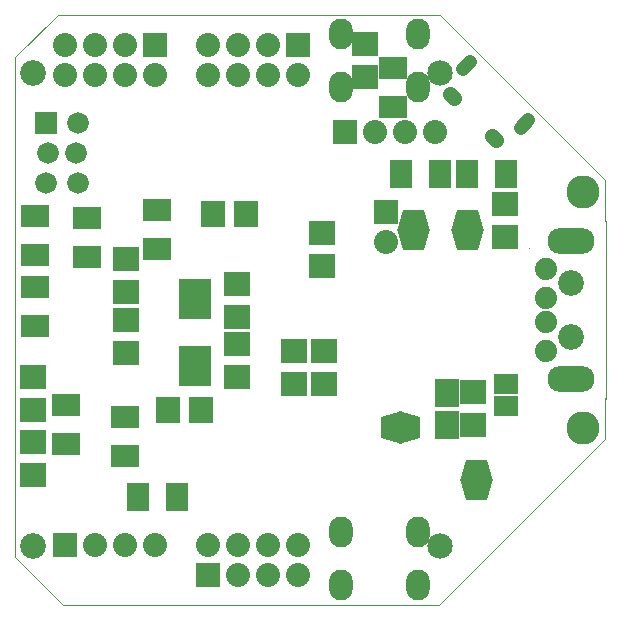
<source format=gbs>
G04 (created by PCBNEW (22-Jun-2014 BZR 4027)-stable) date Sat 19 May 2018 03:07:35 PM EDT*
%MOIN*%
G04 Gerber Fmt 3.4, Leading zero omitted, Abs format*
%FSLAX34Y34*%
G01*
G70*
G90*
G04 APERTURE LIST*
%ADD10C,0.00590551*%
%ADD11C,0.001*%
%ADD12R,0.08X0.08*%
%ADD13C,0.08*%
%ADD14C,0.0495*%
%ADD15C,0.0476*%
%ADD16C,0.0856*%
%ADD17O,0.0793X0.102677*%
%ADD18R,0.091X0.083*%
%ADD19R,0.083X0.091*%
%ADD20R,0.072X0.092*%
%ADD21R,0.092X0.072*%
%ADD22R,0.0791X0.0968*%
%ADD23R,0.107X0.137*%
%ADD24R,0.072X0.072*%
%ADD25C,0.072*%
%ADD26R,0.079X0.0712*%
%ADD27C,0.0848*%
%ADD28C,0.074*%
%ADD29O,0.157X0.087*%
%ADD30C,0.086*%
%ADD31C,0.110425*%
G04 APERTURE END LIST*
G54D10*
G54D11*
X43318Y-22224D02*
X43511Y-22224D01*
X41893Y-23649D02*
X43318Y-22224D01*
X41893Y-23842D02*
X41893Y-23649D01*
X61578Y-36374D02*
X61578Y-35023D01*
X59035Y-38917D02*
X61578Y-36374D01*
X56043Y-41909D02*
X59035Y-38917D01*
X43511Y-41909D02*
X56043Y-41909D01*
X41893Y-40291D02*
X43511Y-41909D01*
X41893Y-38625D02*
X41893Y-40291D01*
X41893Y-23842D02*
X41893Y-25547D01*
X61578Y-27755D02*
X61578Y-29122D01*
X56047Y-22224D02*
X61578Y-27755D01*
X43511Y-22224D02*
X56047Y-22224D01*
X41893Y-38625D02*
X41893Y-25547D01*
X61579Y-29709D02*
X61579Y-29122D01*
X61579Y-35024D02*
X61579Y-29709D01*
X59035Y-30016D02*
X59035Y-30020D01*
G54D12*
X54251Y-28791D03*
G54D13*
X54251Y-29791D03*
G54D14*
X57931Y-26414D02*
X57791Y-26275D01*
X56539Y-25023D02*
X56400Y-24883D01*
G54D15*
X59009Y-25753D02*
X58773Y-25990D01*
X57061Y-23805D02*
X56824Y-24041D01*
G54D16*
X42480Y-39933D03*
G54D17*
X55334Y-41239D03*
X52776Y-41239D03*
X55334Y-39469D03*
X52776Y-39469D03*
X52776Y-22878D03*
X55334Y-22878D03*
X52776Y-24648D03*
X55334Y-24648D03*
G54D18*
X42488Y-34292D03*
X42488Y-35392D03*
X49291Y-33209D03*
X49291Y-34309D03*
G54D19*
X48093Y-35409D03*
X46993Y-35409D03*
G54D18*
X52188Y-33438D03*
X52188Y-34538D03*
X45598Y-33518D03*
X45598Y-32418D03*
X51200Y-34538D03*
X51200Y-33438D03*
X45598Y-30371D03*
X45598Y-31471D03*
X52122Y-29493D03*
X52122Y-30593D03*
G54D19*
X48512Y-28862D03*
X49612Y-28862D03*
G54D18*
X58220Y-29640D03*
X58220Y-28540D03*
X57149Y-35904D03*
X57149Y-34804D03*
X53562Y-24313D03*
X53562Y-23213D03*
G54D20*
X58256Y-27524D03*
X56956Y-27524D03*
X56055Y-27528D03*
X54755Y-27528D03*
G54D21*
X43590Y-35255D03*
X43590Y-36555D03*
X45551Y-36941D03*
X45551Y-35641D03*
G54D20*
X47283Y-38291D03*
X45983Y-38291D03*
G54D21*
X42566Y-32618D03*
X42566Y-31318D03*
X42566Y-28956D03*
X42566Y-30256D03*
X44291Y-30295D03*
X44291Y-28995D03*
X54511Y-25307D03*
X54511Y-24007D03*
X46641Y-28735D03*
X46641Y-30035D03*
G54D18*
X49291Y-32301D03*
X49291Y-31201D03*
X42488Y-37557D03*
X42488Y-36457D03*
G54D22*
X56295Y-35923D03*
X56295Y-34841D03*
G54D23*
X47901Y-31693D03*
X47901Y-33943D03*
G54D24*
X42939Y-25850D03*
G54D25*
X43989Y-25850D03*
X42989Y-26850D03*
X43939Y-26850D03*
X42939Y-27850D03*
X43989Y-27850D03*
G54D26*
X58252Y-34527D03*
X58252Y-35277D03*
G54D16*
X42480Y-24185D03*
G54D27*
X56062Y-24185D03*
X56062Y-39933D03*
G54D10*
G36*
X57613Y-37081D02*
X57813Y-37781D01*
X56713Y-37781D01*
X56913Y-37081D01*
X57613Y-37081D01*
X57613Y-37081D01*
G37*
G36*
X56913Y-38411D02*
X56713Y-37711D01*
X57813Y-37711D01*
X57613Y-38411D01*
X56913Y-38411D01*
X56913Y-38411D01*
G37*
G36*
X56622Y-30082D02*
X56422Y-29382D01*
X57522Y-29382D01*
X57322Y-30082D01*
X56622Y-30082D01*
X56622Y-30082D01*
G37*
G36*
X57322Y-28752D02*
X57522Y-29452D01*
X56422Y-29452D01*
X56622Y-28752D01*
X57322Y-28752D01*
X57322Y-28752D01*
G37*
G36*
X55535Y-28748D02*
X55735Y-29448D01*
X54635Y-29448D01*
X54835Y-28748D01*
X55535Y-28748D01*
X55535Y-28748D01*
G37*
G36*
X54835Y-30078D02*
X54635Y-29378D01*
X55735Y-29378D01*
X55535Y-30078D01*
X54835Y-30078D01*
X54835Y-30078D01*
G37*
G54D28*
X59602Y-33449D03*
X59602Y-32465D03*
X59602Y-31677D03*
X59602Y-30693D03*
G54D29*
X60441Y-34374D03*
X60441Y-29768D03*
G54D30*
X60441Y-31165D03*
X60441Y-32977D03*
G54D12*
X48342Y-40893D03*
G54D13*
X48342Y-39893D03*
X49342Y-40893D03*
X49342Y-39893D03*
X50342Y-40893D03*
X50342Y-39893D03*
X51342Y-40893D03*
X51342Y-39893D03*
G54D10*
G36*
X55409Y-36350D02*
X54709Y-36550D01*
X54709Y-35450D01*
X55409Y-35650D01*
X55409Y-36350D01*
X55409Y-36350D01*
G37*
G36*
X54079Y-35650D02*
X54779Y-35450D01*
X54779Y-36550D01*
X54079Y-36350D01*
X54079Y-35650D01*
X54079Y-35650D01*
G37*
G54D12*
X51342Y-23240D03*
G54D13*
X51342Y-24240D03*
X50342Y-23240D03*
X50342Y-24240D03*
X49342Y-23240D03*
X49342Y-24240D03*
X48342Y-23240D03*
X48342Y-24240D03*
G54D12*
X43578Y-39893D03*
G54D13*
X44578Y-39893D03*
X45578Y-39893D03*
X46578Y-39893D03*
G54D12*
X52881Y-26141D03*
G54D13*
X53881Y-26141D03*
X54881Y-26141D03*
X55881Y-26141D03*
G54D12*
X46578Y-23240D03*
G54D13*
X46578Y-24240D03*
X45578Y-23240D03*
X45578Y-24240D03*
X44578Y-23240D03*
X44578Y-24240D03*
X43578Y-23240D03*
X43578Y-24240D03*
G54D31*
X60834Y-28133D03*
X60834Y-36007D03*
M02*

</source>
